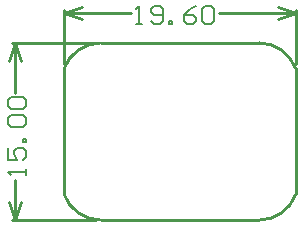
<source format=gko>
%FSLAX25Y25*%
%MOIN*%
G70*
G01*
G75*
G04 Layer_Color=16711935*
%ADD10C,0.05118*%
%ADD11R,0.05906X0.02165*%
%ADD12R,0.02165X0.02559*%
%ADD13R,0.02559X0.02165*%
%ADD14R,0.02362X0.02756*%
%ADD15R,0.02756X0.02362*%
%ADD16C,0.00787*%
%ADD17C,0.01181*%
%ADD18C,0.01969*%
%ADD19R,0.00197X0.00630*%
%ADD20R,0.78740X0.00315*%
%ADD21C,0.05906*%
%ADD22O,0.03500X0.05000*%
%ADD23C,0.01969*%
%ADD24R,0.01378X0.11811*%
%ADD25R,0.03600X0.03600*%
%ADD26R,0.03600X0.05000*%
%ADD27R,0.01575X0.03937*%
%ADD28R,0.05118X0.05118*%
%ADD29R,0.00787X0.02362*%
%ADD30R,0.00787X0.03150*%
%ADD31R,0.02362X0.00787*%
%ADD32R,0.03150X0.00787*%
%ADD33C,0.00500*%
%ADD34C,0.00591*%
%ADD35C,0.00394*%
%ADD36C,0.05918*%
%ADD37R,0.06706X0.02965*%
%ADD38R,0.02965X0.03359*%
%ADD39R,0.03359X0.02965*%
%ADD40R,0.03162X0.03556*%
%ADD41R,0.03556X0.03162*%
%ADD42C,0.06706*%
%ADD43O,0.04300X0.05800*%
%ADD44R,0.02178X0.12611*%
%ADD45R,0.04400X0.04400*%
%ADD46R,0.04400X0.05800*%
%ADD47R,0.02375X0.04737*%
%ADD48R,0.05918X0.05918*%
%ADD49R,0.01587X0.03162*%
%ADD50R,0.01587X0.03950*%
%ADD51R,0.03162X0.01587*%
%ADD52R,0.03950X0.01587*%
%ADD53C,0.00600*%
%ADD54C,0.01200*%
%ADD55C,0.00709*%
%ADD56C,0.00236*%
%ADD57C,0.01000*%
D53*
X-11853Y14932D02*
Y16931D01*
Y15931D01*
X-17851D01*
X-16851Y14932D01*
X-17851Y23929D02*
Y19930D01*
X-14852D01*
X-15851Y21929D01*
Y22929D01*
X-14852Y23929D01*
X-12852D01*
X-11853Y22929D01*
Y20930D01*
X-12852Y19930D01*
X-11853Y25928D02*
X-12852D01*
Y26928D01*
X-11853D01*
Y25928D01*
X-16851Y30927D02*
X-17851Y31926D01*
Y33926D01*
X-16851Y34925D01*
X-12852D01*
X-11853Y33926D01*
Y31926D01*
X-12852Y30927D01*
X-16851D01*
Y36925D02*
X-17851Y37924D01*
Y39924D01*
X-16851Y40923D01*
X-12852D01*
X-11853Y39924D01*
Y37924D01*
X-12852Y36925D01*
X-16851D01*
X24783Y65381D02*
X26783D01*
X25783D01*
Y71379D01*
X24783Y70380D01*
X29782Y66381D02*
X30781Y65381D01*
X32781D01*
X33780Y66381D01*
Y70380D01*
X32781Y71379D01*
X30781D01*
X29782Y70380D01*
Y69380D01*
X30781Y68380D01*
X33780D01*
X35780Y65381D02*
Y66381D01*
X36779D01*
Y65381D01*
X35780D01*
X44777Y71379D02*
X42777Y70380D01*
X40778Y68380D01*
Y66381D01*
X41778Y65381D01*
X43777D01*
X44777Y66381D01*
Y67381D01*
X43777Y68380D01*
X40778D01*
X46776Y70380D02*
X47776Y71379D01*
X49775D01*
X50775Y70380D01*
Y66381D01*
X49775Y65381D01*
X47776D01*
X46776Y66381D01*
Y70380D01*
D57*
X65898Y0D02*
G03*
X77974Y8456I0J12851D01*
G01*
X77965Y50507D02*
G03*
X65757Y59055I-12209J-4444D01*
G01*
X13001D02*
G03*
X792Y50507I0J-12992D01*
G01*
Y8549D02*
G03*
X13001Y0I12209J4444D01*
G01*
X-16452D02*
X11501D01*
X-16452Y59055D02*
X11501D01*
X-15452Y0D02*
Y13332D01*
Y42523D02*
Y59055D01*
Y0D02*
X-13452Y6000D01*
X-17452D02*
X-15452Y0D01*
X-17452Y53055D02*
X-15452Y59055D01*
X-13452Y53055D01*
X77962Y52063D02*
Y69980D01*
X796Y52063D02*
Y69980D01*
X52375Y68980D02*
X77962D01*
X796D02*
X23183D01*
X71962Y70980D02*
X77962Y68980D01*
X71962Y66980D02*
X77962Y68980D01*
X796D02*
X6796Y66980D01*
X796Y68980D02*
X6796Y70980D01*
X796Y8583D02*
Y50563D01*
X13001Y0D02*
X65898D01*
X13001Y59055D02*
X65757D01*
X77962Y8583D02*
Y50563D01*
M02*

</source>
